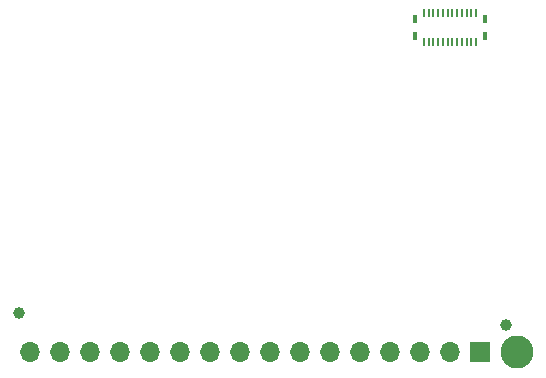
<source format=gbr>
%TF.GenerationSoftware,KiCad,Pcbnew,7.0.1-2.fc38*%
%TF.CreationDate,2023-04-23T00:49:20-04:00*%
%TF.ProjectId,ext-con-breakout-board,6578742d-636f-46e2-9d62-7265616b6f75,v0.6*%
%TF.SameCoordinates,Original*%
%TF.FileFunction,Soldermask,Bot*%
%TF.FilePolarity,Negative*%
%FSLAX46Y46*%
G04 Gerber Fmt 4.6, Leading zero omitted, Abs format (unit mm)*
G04 Created by KiCad (PCBNEW 7.0.1-2.fc38) date 2023-04-23 00:49:20*
%MOMM*%
%LPD*%
G01*
G04 APERTURE LIST*
%ADD10R,1.700000X1.700000*%
%ADD11O,1.700000X1.700000*%
%ADD12C,2.800000*%
%ADD13C,1.000000*%
%ADD14R,0.230000X0.750000*%
%ADD15R,0.450000X0.655000*%
G04 APERTURE END LIST*
D10*
%TO.C,J2*%
X130500000Y-115500000D03*
D11*
X127960000Y-115500000D03*
X125420000Y-115500000D03*
X122880000Y-115500000D03*
X120340000Y-115500000D03*
X117800000Y-115500000D03*
X115260000Y-115500000D03*
X112720000Y-115500000D03*
X110180000Y-115500000D03*
X107640000Y-115500000D03*
X105100000Y-115500000D03*
X102560000Y-115500000D03*
X100020000Y-115500000D03*
X97480000Y-115500000D03*
X94940000Y-115500000D03*
X92400000Y-115500000D03*
%TD*%
D12*
%TO.C,H1*%
X133671000Y-115500000D03*
%TD*%
D13*
%TO.C,FID1*%
X91500000Y-112200000D03*
%TD*%
D14*
%TO.C,J1*%
X130200000Y-89225000D03*
X130200000Y-86775000D03*
X129800000Y-89225000D03*
X129800000Y-86775000D03*
X129400000Y-89225000D03*
X129400000Y-86775000D03*
X129000000Y-89225000D03*
X129000000Y-86775000D03*
X128600000Y-89225000D03*
X128600000Y-86775000D03*
X128200000Y-89225000D03*
X128200000Y-86775000D03*
X127800000Y-89225000D03*
X127800000Y-86775000D03*
X127400000Y-89225000D03*
X127400000Y-86775000D03*
X127000000Y-89225000D03*
X127000000Y-86775000D03*
X126600000Y-89225000D03*
X126600000Y-86775000D03*
X126200000Y-89225000D03*
X126200000Y-86775000D03*
X125800000Y-89225000D03*
X125800000Y-86775000D03*
D15*
X125005000Y-87297500D03*
X125005000Y-88702500D03*
X130995000Y-87297500D03*
X130995000Y-88702500D03*
%TD*%
D13*
%TO.C,FID2*%
X132700000Y-113200000D03*
%TD*%
M02*

</source>
